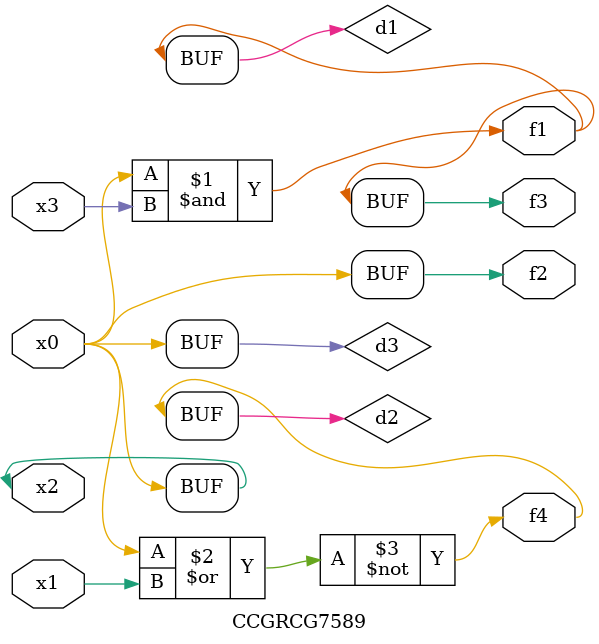
<source format=v>
module CCGRCG7589(
	input x0, x1, x2, x3,
	output f1, f2, f3, f4
);

	wire d1, d2, d3;

	and (d1, x2, x3);
	nor (d2, x0, x1);
	buf (d3, x0, x2);
	assign f1 = d1;
	assign f2 = d3;
	assign f3 = d1;
	assign f4 = d2;
endmodule

</source>
